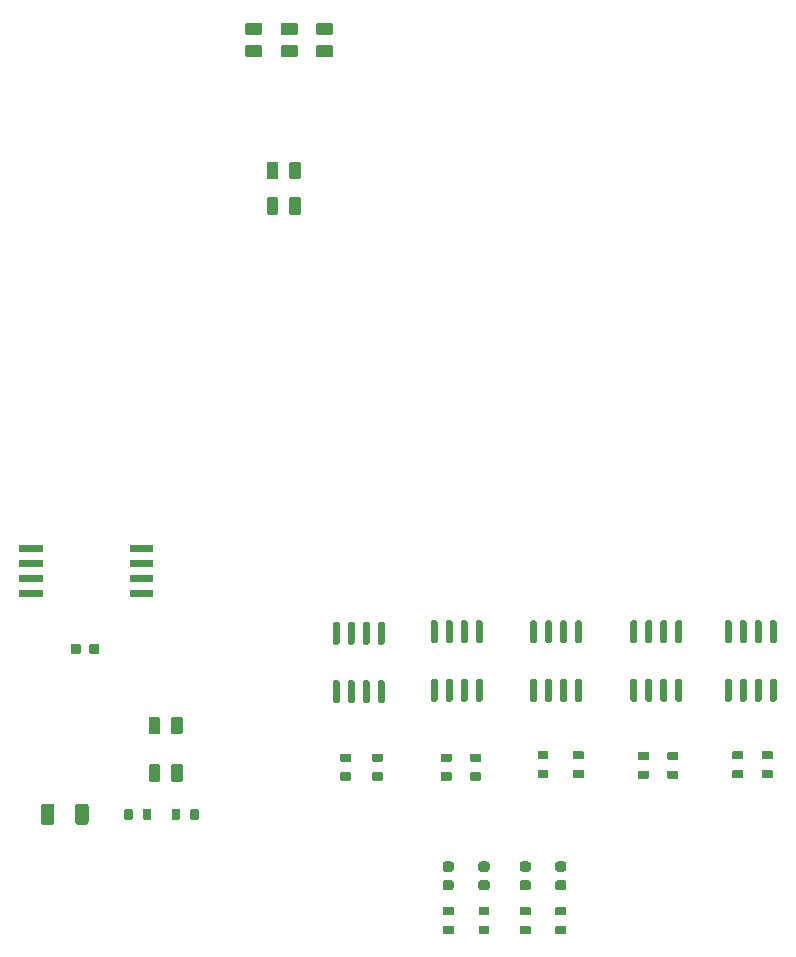
<source format=gtp>
G04 #@! TF.GenerationSoftware,KiCad,Pcbnew,8.0.9-8.0.9-0~ubuntu24.04.1*
G04 #@! TF.CreationDate,2025-04-19T19:06:36+00:00*
G04 #@! TF.ProjectId,stabiljr,73746162-696c-46a7-922e-6b696361645f,V1*
G04 #@! TF.SameCoordinates,PX3a2c940PY8e93060*
G04 #@! TF.FileFunction,Paste,Top*
G04 #@! TF.FilePolarity,Positive*
%FSLAX46Y46*%
G04 Gerber Fmt 4.6, Leading zero omitted, Abs format (unit mm)*
G04 Created by KiCad (PCBNEW 8.0.9-8.0.9-0~ubuntu24.04.1) date 2025-04-19 19:06:36*
%MOMM*%
%LPD*%
G01*
G04 APERTURE LIST*
G04 APERTURE END LIST*
G04 #@! TO.C,R1*
G36*
G01*
X31905000Y35150000D02*
X32685000Y35150000D01*
G75*
G02*
X32755000Y35080000I0J-70000D01*
G01*
X32755000Y34520000D01*
G75*
G02*
X32685000Y34450000I-70000J0D01*
G01*
X31905000Y34450000D01*
G75*
G02*
X31835000Y34520000I0J70000D01*
G01*
X31835000Y35080000D01*
G75*
G02*
X31905000Y35150000I70000J0D01*
G01*
G37*
G36*
G01*
X31905000Y33550000D02*
X32685000Y33550000D01*
G75*
G02*
X32755000Y33480000I0J-70000D01*
G01*
X32755000Y32920000D01*
G75*
G02*
X32685000Y32850000I-70000J0D01*
G01*
X31905000Y32850000D01*
G75*
G02*
X31835000Y32920000I0J70000D01*
G01*
X31835000Y33480000D01*
G75*
G02*
X31905000Y33550000I70000J0D01*
G01*
G37*
G04 #@! TD*
G04 #@! TO.C,R22*
G36*
G01*
X57890000Y33000000D02*
X57110000Y33000000D01*
G75*
G02*
X57040000Y33070000I0J70000D01*
G01*
X57040000Y33630000D01*
G75*
G02*
X57110000Y33700000I70000J0D01*
G01*
X57890000Y33700000D01*
G75*
G02*
X57960000Y33630000I0J-70000D01*
G01*
X57960000Y33070000D01*
G75*
G02*
X57890000Y33000000I-70000J0D01*
G01*
G37*
G36*
G01*
X57890000Y34600000D02*
X57110000Y34600000D01*
G75*
G02*
X57040000Y34670000I0J70000D01*
G01*
X57040000Y35230000D01*
G75*
G02*
X57110000Y35300000I70000J0D01*
G01*
X57890000Y35300000D01*
G75*
G02*
X57960000Y35230000I0J-70000D01*
G01*
X57960000Y34670000D01*
G75*
G02*
X57890000Y34600000I-70000J0D01*
G01*
G37*
G04 #@! TD*
G04 #@! TO.C,MAP1*
G36*
G01*
X16010000Y48943700D02*
X16010000Y48436300D01*
G75*
G02*
X15968700Y48395000I-41300J0D01*
G01*
X14031300Y48395000D01*
G75*
G02*
X13990000Y48436300I0J41300D01*
G01*
X13990000Y48943700D01*
G75*
G02*
X14031300Y48985000I41300J0D01*
G01*
X15968700Y48985000D01*
G75*
G02*
X16010000Y48943700I0J-41300D01*
G01*
G37*
G36*
G01*
X16010000Y50213700D02*
X16010000Y49706300D01*
G75*
G02*
X15968700Y49665000I-41300J0D01*
G01*
X14031300Y49665000D01*
G75*
G02*
X13990000Y49706300I0J41300D01*
G01*
X13990000Y50213700D01*
G75*
G02*
X14031300Y50255000I41300J0D01*
G01*
X15968700Y50255000D01*
G75*
G02*
X16010000Y50213700I0J-41300D01*
G01*
G37*
G36*
G01*
X16010000Y51483700D02*
X16010000Y50976300D01*
G75*
G02*
X15968700Y50935000I-41300J0D01*
G01*
X14031300Y50935000D01*
G75*
G02*
X13990000Y50976300I0J41300D01*
G01*
X13990000Y51483700D01*
G75*
G02*
X14031300Y51525000I41300J0D01*
G01*
X15968700Y51525000D01*
G75*
G02*
X16010000Y51483700I0J-41300D01*
G01*
G37*
G36*
G01*
X16010000Y52753700D02*
X16010000Y52246300D01*
G75*
G02*
X15968700Y52205000I-41300J0D01*
G01*
X14031300Y52205000D01*
G75*
G02*
X13990000Y52246300I0J41300D01*
G01*
X13990000Y52753700D01*
G75*
G02*
X14031300Y52795000I41300J0D01*
G01*
X15968700Y52795000D01*
G75*
G02*
X16010000Y52753700I0J-41300D01*
G01*
G37*
G36*
G01*
X6650000Y52753700D02*
X6650000Y52246300D01*
G75*
G02*
X6608700Y52205000I-41300J0D01*
G01*
X4671300Y52205000D01*
G75*
G02*
X4630000Y52246300I0J41300D01*
G01*
X4630000Y52753700D01*
G75*
G02*
X4671300Y52795000I41300J0D01*
G01*
X6608700Y52795000D01*
G75*
G02*
X6650000Y52753700I0J-41300D01*
G01*
G37*
G36*
G01*
X6650000Y51483700D02*
X6650000Y50976300D01*
G75*
G02*
X6608700Y50935000I-41300J0D01*
G01*
X4671300Y50935000D01*
G75*
G02*
X4630000Y50976300I0J41300D01*
G01*
X4630000Y51483700D01*
G75*
G02*
X4671300Y51525000I41300J0D01*
G01*
X6608700Y51525000D01*
G75*
G02*
X6650000Y51483700I0J-41300D01*
G01*
G37*
G36*
G01*
X6650000Y50213700D02*
X6650000Y49706300D01*
G75*
G02*
X6608700Y49665000I-41300J0D01*
G01*
X4671300Y49665000D01*
G75*
G02*
X4630000Y49706300I0J41300D01*
G01*
X4630000Y50213700D01*
G75*
G02*
X4671300Y50255000I41300J0D01*
G01*
X6608700Y50255000D01*
G75*
G02*
X6650000Y50213700I0J-41300D01*
G01*
G37*
G36*
G01*
X6650000Y48943700D02*
X6650000Y48436300D01*
G75*
G02*
X6608700Y48395000I-41300J0D01*
G01*
X4671300Y48395000D01*
G75*
G02*
X4630000Y48436300I0J41300D01*
G01*
X4630000Y48943700D01*
G75*
G02*
X4671300Y48985000I41300J0D01*
G01*
X6608700Y48985000D01*
G75*
G02*
X6650000Y48943700I0J-41300D01*
G01*
G37*
G04 #@! TD*
G04 #@! TO.C,R9*
G36*
G01*
X15599978Y36875000D02*
X15599978Y38125000D01*
G75*
G02*
X15699978Y38225000I100000J0D01*
G01*
X16499978Y38225000D01*
G75*
G02*
X16599978Y38125000I0J-100000D01*
G01*
X16599978Y36875000D01*
G75*
G02*
X16499978Y36775000I-100000J0D01*
G01*
X15699978Y36775000D01*
G75*
G02*
X15599978Y36875000I0J100000D01*
G01*
G37*
G36*
G01*
X17500000Y36875000D02*
X17500000Y38125000D01*
G75*
G02*
X17600000Y38225000I100000J0D01*
G01*
X18400000Y38225000D01*
G75*
G02*
X18500000Y38125000I0J-100000D01*
G01*
X18500000Y36875000D01*
G75*
G02*
X18400000Y36775000I-100000J0D01*
G01*
X17600000Y36775000D01*
G75*
G02*
X17500000Y36875000I0J100000D01*
G01*
G37*
G04 #@! TD*
G04 #@! TO.C,R11*
G36*
G01*
X41390000Y19850000D02*
X40610000Y19850000D01*
G75*
G02*
X40540000Y19920000I0J70000D01*
G01*
X40540000Y20480000D01*
G75*
G02*
X40610000Y20550000I70000J0D01*
G01*
X41390000Y20550000D01*
G75*
G02*
X41460000Y20480000I0J-70000D01*
G01*
X41460000Y19920000D01*
G75*
G02*
X41390000Y19850000I-70000J0D01*
G01*
G37*
G36*
G01*
X41390000Y21450000D02*
X40610000Y21450000D01*
G75*
G02*
X40540000Y21520000I0J70000D01*
G01*
X40540000Y22080000D01*
G75*
G02*
X40610000Y22150000I70000J0D01*
G01*
X41390000Y22150000D01*
G75*
G02*
X41460000Y22080000I0J-70000D01*
G01*
X41460000Y21520000D01*
G75*
G02*
X41390000Y21450000I-70000J0D01*
G01*
G37*
G04 #@! TD*
G04 #@! TO.C,R14*
G36*
G01*
X50890000Y19850000D02*
X50110000Y19850000D01*
G75*
G02*
X50040000Y19920000I0J70000D01*
G01*
X50040000Y20480000D01*
G75*
G02*
X50110000Y20550000I70000J0D01*
G01*
X50890000Y20550000D01*
G75*
G02*
X50960000Y20480000I0J-70000D01*
G01*
X50960000Y19920000D01*
G75*
G02*
X50890000Y19850000I-70000J0D01*
G01*
G37*
G36*
G01*
X50890000Y21450000D02*
X50110000Y21450000D01*
G75*
G02*
X50040000Y21520000I0J70000D01*
G01*
X50040000Y22080000D01*
G75*
G02*
X50110000Y22150000I70000J0D01*
G01*
X50890000Y22150000D01*
G75*
G02*
X50960000Y22080000I0J-70000D01*
G01*
X50960000Y21520000D01*
G75*
G02*
X50890000Y21450000I-70000J0D01*
G01*
G37*
G04 #@! TD*
G04 #@! TO.C,F11*
G36*
G01*
X41226250Y23562500D02*
X40713750Y23562500D01*
G75*
G02*
X40495000Y23781250I0J218750D01*
G01*
X40495000Y24218750D01*
G75*
G02*
X40713750Y24437500I218750J0D01*
G01*
X41226250Y24437500D01*
G75*
G02*
X41445000Y24218750I0J-218750D01*
G01*
X41445000Y23781250D01*
G75*
G02*
X41226250Y23562500I-218750J0D01*
G01*
G37*
G36*
G01*
X41226250Y25137500D02*
X40713750Y25137500D01*
G75*
G02*
X40495000Y25356250I0J218750D01*
G01*
X40495000Y25793750D01*
G75*
G02*
X40713750Y26012500I218750J0D01*
G01*
X41226250Y26012500D01*
G75*
G02*
X41445000Y25793750I0J-218750D01*
G01*
X41445000Y25356250D01*
G75*
G02*
X41226250Y25137500I-218750J0D01*
G01*
G37*
G04 #@! TD*
G04 #@! TO.C,U2*
G36*
G01*
X39935000Y39525000D02*
X39635000Y39525000D01*
G75*
G02*
X39485000Y39675000I0J150000D01*
G01*
X39485000Y41325000D01*
G75*
G02*
X39635000Y41475000I150000J0D01*
G01*
X39935000Y41475000D01*
G75*
G02*
X40085000Y41325000I0J-150000D01*
G01*
X40085000Y39675000D01*
G75*
G02*
X39935000Y39525000I-150000J0D01*
G01*
G37*
G36*
G01*
X41205000Y39525000D02*
X40905000Y39525000D01*
G75*
G02*
X40755000Y39675000I0J150000D01*
G01*
X40755000Y41325000D01*
G75*
G02*
X40905000Y41475000I150000J0D01*
G01*
X41205000Y41475000D01*
G75*
G02*
X41355000Y41325000I0J-150000D01*
G01*
X41355000Y39675000D01*
G75*
G02*
X41205000Y39525000I-150000J0D01*
G01*
G37*
G36*
G01*
X42475000Y39525000D02*
X42175000Y39525000D01*
G75*
G02*
X42025000Y39675000I0J150000D01*
G01*
X42025000Y41325000D01*
G75*
G02*
X42175000Y41475000I150000J0D01*
G01*
X42475000Y41475000D01*
G75*
G02*
X42625000Y41325000I0J-150000D01*
G01*
X42625000Y39675000D01*
G75*
G02*
X42475000Y39525000I-150000J0D01*
G01*
G37*
G36*
G01*
X43745000Y39525000D02*
X43445000Y39525000D01*
G75*
G02*
X43295000Y39675000I0J150000D01*
G01*
X43295000Y41325000D01*
G75*
G02*
X43445000Y41475000I150000J0D01*
G01*
X43745000Y41475000D01*
G75*
G02*
X43895000Y41325000I0J-150000D01*
G01*
X43895000Y39675000D01*
G75*
G02*
X43745000Y39525000I-150000J0D01*
G01*
G37*
G36*
G01*
X43745000Y44475000D02*
X43445000Y44475000D01*
G75*
G02*
X43295000Y44625000I0J150000D01*
G01*
X43295000Y46275000D01*
G75*
G02*
X43445000Y46425000I150000J0D01*
G01*
X43745000Y46425000D01*
G75*
G02*
X43895000Y46275000I0J-150000D01*
G01*
X43895000Y44625000D01*
G75*
G02*
X43745000Y44475000I-150000J0D01*
G01*
G37*
G36*
G01*
X42475000Y44475000D02*
X42175000Y44475000D01*
G75*
G02*
X42025000Y44625000I0J150000D01*
G01*
X42025000Y46275000D01*
G75*
G02*
X42175000Y46425000I150000J0D01*
G01*
X42475000Y46425000D01*
G75*
G02*
X42625000Y46275000I0J-150000D01*
G01*
X42625000Y44625000D01*
G75*
G02*
X42475000Y44475000I-150000J0D01*
G01*
G37*
G36*
G01*
X41205000Y44475000D02*
X40905000Y44475000D01*
G75*
G02*
X40755000Y44625000I0J150000D01*
G01*
X40755000Y46275000D01*
G75*
G02*
X40905000Y46425000I150000J0D01*
G01*
X41205000Y46425000D01*
G75*
G02*
X41355000Y46275000I0J-150000D01*
G01*
X41355000Y44625000D01*
G75*
G02*
X41205000Y44475000I-150000J0D01*
G01*
G37*
G36*
G01*
X39935000Y44475000D02*
X39635000Y44475000D01*
G75*
G02*
X39485000Y44625000I0J150000D01*
G01*
X39485000Y46275000D01*
G75*
G02*
X39635000Y46425000I150000J0D01*
G01*
X39935000Y46425000D01*
G75*
G02*
X40085000Y46275000I0J-150000D01*
G01*
X40085000Y44625000D01*
G75*
G02*
X39935000Y44475000I-150000J0D01*
G01*
G37*
G04 #@! TD*
G04 #@! TO.C,R32*
G36*
G01*
X26875000Y97000000D02*
X28125000Y97000000D01*
G75*
G02*
X28225000Y96900000I0J-100000D01*
G01*
X28225000Y96100000D01*
G75*
G02*
X28125000Y96000000I-100000J0D01*
G01*
X26875000Y96000000D01*
G75*
G02*
X26775000Y96100000I0J100000D01*
G01*
X26775000Y96900000D01*
G75*
G02*
X26875000Y97000000I100000J0D01*
G01*
G37*
G36*
G01*
X26875000Y95099978D02*
X28125000Y95099978D01*
G75*
G02*
X28225000Y94999978I0J-100000D01*
G01*
X28225000Y94199978D01*
G75*
G02*
X28125000Y94099978I-100000J0D01*
G01*
X26875000Y94099978D01*
G75*
G02*
X26775000Y94199978I0J100000D01*
G01*
X26775000Y94999978D01*
G75*
G02*
X26875000Y95099978I100000J0D01*
G01*
G37*
G04 #@! TD*
G04 #@! TO.C,R4*
G36*
G01*
X42905000Y35150000D02*
X43685000Y35150000D01*
G75*
G02*
X43755000Y35080000I0J-70000D01*
G01*
X43755000Y34520000D01*
G75*
G02*
X43685000Y34450000I-70000J0D01*
G01*
X42905000Y34450000D01*
G75*
G02*
X42835000Y34520000I0J70000D01*
G01*
X42835000Y35080000D01*
G75*
G02*
X42905000Y35150000I70000J0D01*
G01*
G37*
G36*
G01*
X42905000Y33550000D02*
X43685000Y33550000D01*
G75*
G02*
X43755000Y33480000I0J-70000D01*
G01*
X43755000Y32920000D01*
G75*
G02*
X43685000Y32850000I-70000J0D01*
G01*
X42905000Y32850000D01*
G75*
G02*
X42835000Y32920000I0J70000D01*
G01*
X42835000Y33480000D01*
G75*
G02*
X42905000Y33550000I70000J0D01*
G01*
G37*
G04 #@! TD*
G04 #@! TO.C,R24*
G36*
G01*
X49390000Y33050000D02*
X48610000Y33050000D01*
G75*
G02*
X48540000Y33120000I0J70000D01*
G01*
X48540000Y33680000D01*
G75*
G02*
X48610000Y33750000I70000J0D01*
G01*
X49390000Y33750000D01*
G75*
G02*
X49460000Y33680000I0J-70000D01*
G01*
X49460000Y33120000D01*
G75*
G02*
X49390000Y33050000I-70000J0D01*
G01*
G37*
G36*
G01*
X49390000Y34650000D02*
X48610000Y34650000D01*
G75*
G02*
X48540000Y34720000I0J70000D01*
G01*
X48540000Y35280000D01*
G75*
G02*
X48610000Y35350000I70000J0D01*
G01*
X49390000Y35350000D01*
G75*
G02*
X49460000Y35280000I0J-70000D01*
G01*
X49460000Y34720000D01*
G75*
G02*
X49390000Y34650000I-70000J0D01*
G01*
G37*
G04 #@! TD*
G04 #@! TO.C,R3*
G36*
G01*
X40405000Y35150000D02*
X41185000Y35150000D01*
G75*
G02*
X41255000Y35080000I0J-70000D01*
G01*
X41255000Y34520000D01*
G75*
G02*
X41185000Y34450000I-70000J0D01*
G01*
X40405000Y34450000D01*
G75*
G02*
X40335000Y34520000I0J70000D01*
G01*
X40335000Y35080000D01*
G75*
G02*
X40405000Y35150000I70000J0D01*
G01*
G37*
G36*
G01*
X40405000Y33550000D02*
X41185000Y33550000D01*
G75*
G02*
X41255000Y33480000I0J-70000D01*
G01*
X41255000Y32920000D01*
G75*
G02*
X41185000Y32850000I-70000J0D01*
G01*
X40405000Y32850000D01*
G75*
G02*
X40335000Y32920000I0J70000D01*
G01*
X40335000Y33480000D01*
G75*
G02*
X40405000Y33550000I70000J0D01*
G01*
G37*
G04 #@! TD*
G04 #@! TO.C,R5*
G36*
G01*
X67610000Y35350000D02*
X68390000Y35350000D01*
G75*
G02*
X68460000Y35280000I0J-70000D01*
G01*
X68460000Y34720000D01*
G75*
G02*
X68390000Y34650000I-70000J0D01*
G01*
X67610000Y34650000D01*
G75*
G02*
X67540000Y34720000I0J70000D01*
G01*
X67540000Y35280000D01*
G75*
G02*
X67610000Y35350000I70000J0D01*
G01*
G37*
G36*
G01*
X67610000Y33750000D02*
X68390000Y33750000D01*
G75*
G02*
X68460000Y33680000I0J-70000D01*
G01*
X68460000Y33120000D01*
G75*
G02*
X68390000Y33050000I-70000J0D01*
G01*
X67610000Y33050000D01*
G75*
G02*
X67540000Y33120000I0J70000D01*
G01*
X67540000Y33680000D01*
G75*
G02*
X67610000Y33750000I70000J0D01*
G01*
G37*
G04 #@! TD*
G04 #@! TO.C,R31*
G36*
G01*
X23875000Y97000000D02*
X25125000Y97000000D01*
G75*
G02*
X25225000Y96900000I0J-100000D01*
G01*
X25225000Y96100000D01*
G75*
G02*
X25125000Y96000000I-100000J0D01*
G01*
X23875000Y96000000D01*
G75*
G02*
X23775000Y96100000I0J100000D01*
G01*
X23775000Y96900000D01*
G75*
G02*
X23875000Y97000000I100000J0D01*
G01*
G37*
G36*
G01*
X23875000Y95099978D02*
X25125000Y95099978D01*
G75*
G02*
X25225000Y94999978I0J-100000D01*
G01*
X25225000Y94199978D01*
G75*
G02*
X25125000Y94099978I-100000J0D01*
G01*
X23875000Y94099978D01*
G75*
G02*
X23775000Y94199978I0J100000D01*
G01*
X23775000Y94999978D01*
G75*
G02*
X23875000Y95099978I100000J0D01*
G01*
G37*
G04 #@! TD*
G04 #@! TO.C,R41*
G36*
G01*
X25599978Y80875000D02*
X25599978Y82125000D01*
G75*
G02*
X25699978Y82225000I100000J0D01*
G01*
X26499978Y82225000D01*
G75*
G02*
X26599978Y82125000I0J-100000D01*
G01*
X26599978Y80875000D01*
G75*
G02*
X26499978Y80775000I-100000J0D01*
G01*
X25699978Y80775000D01*
G75*
G02*
X25599978Y80875000I0J100000D01*
G01*
G37*
G36*
G01*
X27500000Y80875000D02*
X27500000Y82125000D01*
G75*
G02*
X27600000Y82225000I100000J0D01*
G01*
X28400000Y82225000D01*
G75*
G02*
X28500000Y82125000I0J-100000D01*
G01*
X28500000Y80875000D01*
G75*
G02*
X28400000Y80775000I-100000J0D01*
G01*
X27600000Y80775000D01*
G75*
G02*
X27500000Y80875000I0J100000D01*
G01*
G37*
G04 #@! TD*
G04 #@! TO.C,R12*
G36*
G01*
X44390000Y19850000D02*
X43610000Y19850000D01*
G75*
G02*
X43540000Y19920000I0J70000D01*
G01*
X43540000Y20480000D01*
G75*
G02*
X43610000Y20550000I70000J0D01*
G01*
X44390000Y20550000D01*
G75*
G02*
X44460000Y20480000I0J-70000D01*
G01*
X44460000Y19920000D01*
G75*
G02*
X44390000Y19850000I-70000J0D01*
G01*
G37*
G36*
G01*
X44390000Y21450000D02*
X43610000Y21450000D01*
G75*
G02*
X43540000Y21520000I0J70000D01*
G01*
X43540000Y22080000D01*
G75*
G02*
X43610000Y22150000I70000J0D01*
G01*
X44390000Y22150000D01*
G75*
G02*
X44460000Y22080000I0J-70000D01*
G01*
X44460000Y21520000D01*
G75*
G02*
X44390000Y21450000I-70000J0D01*
G01*
G37*
G04 #@! TD*
G04 #@! TO.C,R42*
G36*
G01*
X25599978Y83875000D02*
X25599978Y85125000D01*
G75*
G02*
X25699978Y85225000I100000J0D01*
G01*
X26499978Y85225000D01*
G75*
G02*
X26599978Y85125000I0J-100000D01*
G01*
X26599978Y83875000D01*
G75*
G02*
X26499978Y83775000I-100000J0D01*
G01*
X25699978Y83775000D01*
G75*
G02*
X25599978Y83875000I0J100000D01*
G01*
G37*
G36*
G01*
X27500000Y83875000D02*
X27500000Y85125000D01*
G75*
G02*
X27600000Y85225000I100000J0D01*
G01*
X28400000Y85225000D01*
G75*
G02*
X28500000Y85125000I0J-100000D01*
G01*
X28500000Y83875000D01*
G75*
G02*
X28400000Y83775000I-100000J0D01*
G01*
X27600000Y83775000D01*
G75*
G02*
X27500000Y83875000I0J100000D01*
G01*
G37*
G04 #@! TD*
G04 #@! TO.C,U9*
G36*
G01*
X56840000Y39525000D02*
X56540000Y39525000D01*
G75*
G02*
X56390000Y39675000I0J150000D01*
G01*
X56390000Y41325000D01*
G75*
G02*
X56540000Y41475000I150000J0D01*
G01*
X56840000Y41475000D01*
G75*
G02*
X56990000Y41325000I0J-150000D01*
G01*
X56990000Y39675000D01*
G75*
G02*
X56840000Y39525000I-150000J0D01*
G01*
G37*
G36*
G01*
X58110000Y39525000D02*
X57810000Y39525000D01*
G75*
G02*
X57660000Y39675000I0J150000D01*
G01*
X57660000Y41325000D01*
G75*
G02*
X57810000Y41475000I150000J0D01*
G01*
X58110000Y41475000D01*
G75*
G02*
X58260000Y41325000I0J-150000D01*
G01*
X58260000Y39675000D01*
G75*
G02*
X58110000Y39525000I-150000J0D01*
G01*
G37*
G36*
G01*
X59380000Y39525000D02*
X59080000Y39525000D01*
G75*
G02*
X58930000Y39675000I0J150000D01*
G01*
X58930000Y41325000D01*
G75*
G02*
X59080000Y41475000I150000J0D01*
G01*
X59380000Y41475000D01*
G75*
G02*
X59530000Y41325000I0J-150000D01*
G01*
X59530000Y39675000D01*
G75*
G02*
X59380000Y39525000I-150000J0D01*
G01*
G37*
G36*
G01*
X60650000Y39525000D02*
X60350000Y39525000D01*
G75*
G02*
X60200000Y39675000I0J150000D01*
G01*
X60200000Y41325000D01*
G75*
G02*
X60350000Y41475000I150000J0D01*
G01*
X60650000Y41475000D01*
G75*
G02*
X60800000Y41325000I0J-150000D01*
G01*
X60800000Y39675000D01*
G75*
G02*
X60650000Y39525000I-150000J0D01*
G01*
G37*
G36*
G01*
X60650000Y44475000D02*
X60350000Y44475000D01*
G75*
G02*
X60200000Y44625000I0J150000D01*
G01*
X60200000Y46275000D01*
G75*
G02*
X60350000Y46425000I150000J0D01*
G01*
X60650000Y46425000D01*
G75*
G02*
X60800000Y46275000I0J-150000D01*
G01*
X60800000Y44625000D01*
G75*
G02*
X60650000Y44475000I-150000J0D01*
G01*
G37*
G36*
G01*
X59380000Y44475000D02*
X59080000Y44475000D01*
G75*
G02*
X58930000Y44625000I0J150000D01*
G01*
X58930000Y46275000D01*
G75*
G02*
X59080000Y46425000I150000J0D01*
G01*
X59380000Y46425000D01*
G75*
G02*
X59530000Y46275000I0J-150000D01*
G01*
X59530000Y44625000D01*
G75*
G02*
X59380000Y44475000I-150000J0D01*
G01*
G37*
G36*
G01*
X58110000Y44475000D02*
X57810000Y44475000D01*
G75*
G02*
X57660000Y44625000I0J150000D01*
G01*
X57660000Y46275000D01*
G75*
G02*
X57810000Y46425000I150000J0D01*
G01*
X58110000Y46425000D01*
G75*
G02*
X58260000Y46275000I0J-150000D01*
G01*
X58260000Y44625000D01*
G75*
G02*
X58110000Y44475000I-150000J0D01*
G01*
G37*
G36*
G01*
X56840000Y44475000D02*
X56540000Y44475000D01*
G75*
G02*
X56390000Y44625000I0J150000D01*
G01*
X56390000Y46275000D01*
G75*
G02*
X56540000Y46425000I150000J0D01*
G01*
X56840000Y46425000D01*
G75*
G02*
X56990000Y46275000I0J-150000D01*
G01*
X56990000Y44625000D01*
G75*
G02*
X56840000Y44475000I-150000J0D01*
G01*
G37*
G04 #@! TD*
G04 #@! TO.C,R43*
G36*
G01*
X15599978Y32875000D02*
X15599978Y34125000D01*
G75*
G02*
X15699978Y34225000I100000J0D01*
G01*
X16499978Y34225000D01*
G75*
G02*
X16599978Y34125000I0J-100000D01*
G01*
X16599978Y32875000D01*
G75*
G02*
X16499978Y32775000I-100000J0D01*
G01*
X15699978Y32775000D01*
G75*
G02*
X15599978Y32875000I0J100000D01*
G01*
G37*
G36*
G01*
X17500000Y32875000D02*
X17500000Y34125000D01*
G75*
G02*
X17600000Y34225000I100000J0D01*
G01*
X18400000Y34225000D01*
G75*
G02*
X18500000Y34125000I0J-100000D01*
G01*
X18500000Y32875000D01*
G75*
G02*
X18400000Y32775000I-100000J0D01*
G01*
X17600000Y32775000D01*
G75*
G02*
X17500000Y32875000I0J100000D01*
G01*
G37*
G04 #@! TD*
G04 #@! TO.C,F14*
G36*
G01*
X50756250Y23562500D02*
X50243750Y23562500D01*
G75*
G02*
X50025000Y23781250I0J218750D01*
G01*
X50025000Y24218750D01*
G75*
G02*
X50243750Y24437500I218750J0D01*
G01*
X50756250Y24437500D01*
G75*
G02*
X50975000Y24218750I0J-218750D01*
G01*
X50975000Y23781250D01*
G75*
G02*
X50756250Y23562500I-218750J0D01*
G01*
G37*
G36*
G01*
X50756250Y25137500D02*
X50243750Y25137500D01*
G75*
G02*
X50025000Y25356250I0J218750D01*
G01*
X50025000Y25793750D01*
G75*
G02*
X50243750Y26012500I218750J0D01*
G01*
X50756250Y26012500D01*
G75*
G02*
X50975000Y25793750I0J-218750D01*
G01*
X50975000Y25356250D01*
G75*
G02*
X50756250Y25137500I-218750J0D01*
G01*
G37*
G04 #@! TD*
G04 #@! TO.C,F2*
G36*
G01*
X9605010Y30900000D02*
X10295010Y30900000D01*
G75*
G02*
X10525010Y30670000I0J-230000D01*
G01*
X10525010Y29330000D01*
G75*
G02*
X10295010Y29100000I-230000J0D01*
G01*
X9605010Y29100000D01*
G75*
G02*
X9375010Y29330000I0J230000D01*
G01*
X9375010Y30670000D01*
G75*
G02*
X9605010Y30900000I230000J0D01*
G01*
G37*
G36*
G01*
X6704990Y30900000D02*
X7394990Y30900000D01*
G75*
G02*
X7624990Y30670000I0J-230000D01*
G01*
X7624990Y29330000D01*
G75*
G02*
X7394990Y29100000I-230000J0D01*
G01*
X6704990Y29100000D01*
G75*
G02*
X6474990Y29330000I0J230000D01*
G01*
X6474990Y30670000D01*
G75*
G02*
X6704990Y30900000I230000J0D01*
G01*
G37*
G04 #@! TD*
G04 #@! TO.C,R23*
G36*
G01*
X52390000Y33050000D02*
X51610000Y33050000D01*
G75*
G02*
X51540000Y33120000I0J70000D01*
G01*
X51540000Y33680000D01*
G75*
G02*
X51610000Y33750000I70000J0D01*
G01*
X52390000Y33750000D01*
G75*
G02*
X52460000Y33680000I0J-70000D01*
G01*
X52460000Y33120000D01*
G75*
G02*
X52390000Y33050000I-70000J0D01*
G01*
G37*
G36*
G01*
X52390000Y34650000D02*
X51610000Y34650000D01*
G75*
G02*
X51540000Y34720000I0J70000D01*
G01*
X51540000Y35280000D01*
G75*
G02*
X51610000Y35350000I70000J0D01*
G01*
X52390000Y35350000D01*
G75*
G02*
X52460000Y35280000I0J-70000D01*
G01*
X52460000Y34720000D01*
G75*
G02*
X52390000Y34650000I-70000J0D01*
G01*
G37*
G04 #@! TD*
G04 #@! TO.C,R8*
G36*
G01*
X15850000Y30390000D02*
X15850000Y29610000D01*
G75*
G02*
X15780000Y29540000I-70000J0D01*
G01*
X15220000Y29540000D01*
G75*
G02*
X15150000Y29610000I0J70000D01*
G01*
X15150000Y30390000D01*
G75*
G02*
X15220000Y30460000I70000J0D01*
G01*
X15780000Y30460000D01*
G75*
G02*
X15850000Y30390000I0J-70000D01*
G01*
G37*
G36*
G01*
X14250000Y30390000D02*
X14250000Y29610000D01*
G75*
G02*
X14180000Y29540000I-70000J0D01*
G01*
X13620000Y29540000D01*
G75*
G02*
X13550000Y29610000I0J70000D01*
G01*
X13550000Y30390000D01*
G75*
G02*
X13620000Y30460000I70000J0D01*
G01*
X14180000Y30460000D01*
G75*
G02*
X14250000Y30390000I0J-70000D01*
G01*
G37*
G04 #@! TD*
G04 #@! TO.C,R33*
G36*
G01*
X29875000Y97000000D02*
X31125000Y97000000D01*
G75*
G02*
X31225000Y96900000I0J-100000D01*
G01*
X31225000Y96100000D01*
G75*
G02*
X31125000Y96000000I-100000J0D01*
G01*
X29875000Y96000000D01*
G75*
G02*
X29775000Y96100000I0J100000D01*
G01*
X29775000Y96900000D01*
G75*
G02*
X29875000Y97000000I100000J0D01*
G01*
G37*
G36*
G01*
X29875000Y95099978D02*
X31125000Y95099978D01*
G75*
G02*
X31225000Y94999978I0J-100000D01*
G01*
X31225000Y94199978D01*
G75*
G02*
X31125000Y94099978I-100000J0D01*
G01*
X29875000Y94099978D01*
G75*
G02*
X29775000Y94199978I0J100000D01*
G01*
X29775000Y94999978D01*
G75*
G02*
X29875000Y95099978I100000J0D01*
G01*
G37*
G04 #@! TD*
G04 #@! TO.C,U1*
G36*
G01*
X31635000Y39400000D02*
X31335000Y39400000D01*
G75*
G02*
X31185000Y39550000I0J150000D01*
G01*
X31185000Y41200000D01*
G75*
G02*
X31335000Y41350000I150000J0D01*
G01*
X31635000Y41350000D01*
G75*
G02*
X31785000Y41200000I0J-150000D01*
G01*
X31785000Y39550000D01*
G75*
G02*
X31635000Y39400000I-150000J0D01*
G01*
G37*
G36*
G01*
X32905000Y39400000D02*
X32605000Y39400000D01*
G75*
G02*
X32455000Y39550000I0J150000D01*
G01*
X32455000Y41200000D01*
G75*
G02*
X32605000Y41350000I150000J0D01*
G01*
X32905000Y41350000D01*
G75*
G02*
X33055000Y41200000I0J-150000D01*
G01*
X33055000Y39550000D01*
G75*
G02*
X32905000Y39400000I-150000J0D01*
G01*
G37*
G36*
G01*
X34175000Y39400000D02*
X33875000Y39400000D01*
G75*
G02*
X33725000Y39550000I0J150000D01*
G01*
X33725000Y41200000D01*
G75*
G02*
X33875000Y41350000I150000J0D01*
G01*
X34175000Y41350000D01*
G75*
G02*
X34325000Y41200000I0J-150000D01*
G01*
X34325000Y39550000D01*
G75*
G02*
X34175000Y39400000I-150000J0D01*
G01*
G37*
G36*
G01*
X35445000Y39400000D02*
X35145000Y39400000D01*
G75*
G02*
X34995000Y39550000I0J150000D01*
G01*
X34995000Y41200000D01*
G75*
G02*
X35145000Y41350000I150000J0D01*
G01*
X35445000Y41350000D01*
G75*
G02*
X35595000Y41200000I0J-150000D01*
G01*
X35595000Y39550000D01*
G75*
G02*
X35445000Y39400000I-150000J0D01*
G01*
G37*
G36*
G01*
X35445000Y44350000D02*
X35145000Y44350000D01*
G75*
G02*
X34995000Y44500000I0J150000D01*
G01*
X34995000Y46150000D01*
G75*
G02*
X35145000Y46300000I150000J0D01*
G01*
X35445000Y46300000D01*
G75*
G02*
X35595000Y46150000I0J-150000D01*
G01*
X35595000Y44500000D01*
G75*
G02*
X35445000Y44350000I-150000J0D01*
G01*
G37*
G36*
G01*
X34175000Y44350000D02*
X33875000Y44350000D01*
G75*
G02*
X33725000Y44500000I0J150000D01*
G01*
X33725000Y46150000D01*
G75*
G02*
X33875000Y46300000I150000J0D01*
G01*
X34175000Y46300000D01*
G75*
G02*
X34325000Y46150000I0J-150000D01*
G01*
X34325000Y44500000D01*
G75*
G02*
X34175000Y44350000I-150000J0D01*
G01*
G37*
G36*
G01*
X32905000Y44350000D02*
X32605000Y44350000D01*
G75*
G02*
X32455000Y44500000I0J150000D01*
G01*
X32455000Y46150000D01*
G75*
G02*
X32605000Y46300000I150000J0D01*
G01*
X32905000Y46300000D01*
G75*
G02*
X33055000Y46150000I0J-150000D01*
G01*
X33055000Y44500000D01*
G75*
G02*
X32905000Y44350000I-150000J0D01*
G01*
G37*
G36*
G01*
X31635000Y44350000D02*
X31335000Y44350000D01*
G75*
G02*
X31185000Y44500000I0J150000D01*
G01*
X31185000Y46150000D01*
G75*
G02*
X31335000Y46300000I150000J0D01*
G01*
X31635000Y46300000D01*
G75*
G02*
X31785000Y46150000I0J-150000D01*
G01*
X31785000Y44500000D01*
G75*
G02*
X31635000Y44350000I-150000J0D01*
G01*
G37*
G04 #@! TD*
G04 #@! TO.C,R13*
G36*
G01*
X47890000Y19850000D02*
X47110000Y19850000D01*
G75*
G02*
X47040000Y19920000I0J70000D01*
G01*
X47040000Y20480000D01*
G75*
G02*
X47110000Y20550000I70000J0D01*
G01*
X47890000Y20550000D01*
G75*
G02*
X47960000Y20480000I0J-70000D01*
G01*
X47960000Y19920000D01*
G75*
G02*
X47890000Y19850000I-70000J0D01*
G01*
G37*
G36*
G01*
X47890000Y21450000D02*
X47110000Y21450000D01*
G75*
G02*
X47040000Y21520000I0J70000D01*
G01*
X47040000Y22080000D01*
G75*
G02*
X47110000Y22150000I70000J0D01*
G01*
X47890000Y22150000D01*
G75*
G02*
X47960000Y22080000I0J-70000D01*
G01*
X47960000Y21520000D01*
G75*
G02*
X47890000Y21450000I-70000J0D01*
G01*
G37*
G04 #@! TD*
G04 #@! TO.C,R7*
G36*
G01*
X19850000Y30390000D02*
X19850000Y29610000D01*
G75*
G02*
X19780000Y29540000I-70000J0D01*
G01*
X19220000Y29540000D01*
G75*
G02*
X19150000Y29610000I0J70000D01*
G01*
X19150000Y30390000D01*
G75*
G02*
X19220000Y30460000I70000J0D01*
G01*
X19780000Y30460000D01*
G75*
G02*
X19850000Y30390000I0J-70000D01*
G01*
G37*
G36*
G01*
X18250000Y30390000D02*
X18250000Y29610000D01*
G75*
G02*
X18180000Y29540000I-70000J0D01*
G01*
X17620000Y29540000D01*
G75*
G02*
X17550000Y29610000I0J70000D01*
G01*
X17550000Y30390000D01*
G75*
G02*
X17620000Y30460000I70000J0D01*
G01*
X18180000Y30460000D01*
G75*
G02*
X18250000Y30390000I0J-70000D01*
G01*
G37*
G04 #@! TD*
G04 #@! TO.C,R21*
G36*
G01*
X60390000Y33000000D02*
X59610000Y33000000D01*
G75*
G02*
X59540000Y33070000I0J70000D01*
G01*
X59540000Y33630000D01*
G75*
G02*
X59610000Y33700000I70000J0D01*
G01*
X60390000Y33700000D01*
G75*
G02*
X60460000Y33630000I0J-70000D01*
G01*
X60460000Y33070000D01*
G75*
G02*
X60390000Y33000000I-70000J0D01*
G01*
G37*
G36*
G01*
X60390000Y34600000D02*
X59610000Y34600000D01*
G75*
G02*
X59540000Y34670000I0J70000D01*
G01*
X59540000Y35230000D01*
G75*
G02*
X59610000Y35300000I70000J0D01*
G01*
X60390000Y35300000D01*
G75*
G02*
X60460000Y35230000I0J-70000D01*
G01*
X60460000Y34670000D01*
G75*
G02*
X60390000Y34600000I-70000J0D01*
G01*
G37*
G04 #@! TD*
G04 #@! TO.C,F12*
G36*
G01*
X44256250Y23562500D02*
X43743750Y23562500D01*
G75*
G02*
X43525000Y23781250I0J218750D01*
G01*
X43525000Y24218750D01*
G75*
G02*
X43743750Y24437500I218750J0D01*
G01*
X44256250Y24437500D01*
G75*
G02*
X44475000Y24218750I0J-218750D01*
G01*
X44475000Y23781250D01*
G75*
G02*
X44256250Y23562500I-218750J0D01*
G01*
G37*
G36*
G01*
X44256250Y25137500D02*
X43743750Y25137500D01*
G75*
G02*
X43525000Y25356250I0J218750D01*
G01*
X43525000Y25793750D01*
G75*
G02*
X43743750Y26012500I218750J0D01*
G01*
X44256250Y26012500D01*
G75*
G02*
X44475000Y25793750I0J-218750D01*
G01*
X44475000Y25356250D01*
G75*
G02*
X44256250Y25137500I-218750J0D01*
G01*
G37*
G04 #@! TD*
G04 #@! TO.C,R6*
G36*
G01*
X65110000Y35350000D02*
X65890000Y35350000D01*
G75*
G02*
X65960000Y35280000I0J-70000D01*
G01*
X65960000Y34720000D01*
G75*
G02*
X65890000Y34650000I-70000J0D01*
G01*
X65110000Y34650000D01*
G75*
G02*
X65040000Y34720000I0J70000D01*
G01*
X65040000Y35280000D01*
G75*
G02*
X65110000Y35350000I70000J0D01*
G01*
G37*
G36*
G01*
X65110000Y33750000D02*
X65890000Y33750000D01*
G75*
G02*
X65960000Y33680000I0J-70000D01*
G01*
X65960000Y33120000D01*
G75*
G02*
X65890000Y33050000I-70000J0D01*
G01*
X65110000Y33050000D01*
G75*
G02*
X65040000Y33120000I0J70000D01*
G01*
X65040000Y33680000D01*
G75*
G02*
X65110000Y33750000I70000J0D01*
G01*
G37*
G04 #@! TD*
G04 #@! TO.C,U3*
G36*
G01*
X64840000Y39525000D02*
X64540000Y39525000D01*
G75*
G02*
X64390000Y39675000I0J150000D01*
G01*
X64390000Y41325000D01*
G75*
G02*
X64540000Y41475000I150000J0D01*
G01*
X64840000Y41475000D01*
G75*
G02*
X64990000Y41325000I0J-150000D01*
G01*
X64990000Y39675000D01*
G75*
G02*
X64840000Y39525000I-150000J0D01*
G01*
G37*
G36*
G01*
X66110000Y39525000D02*
X65810000Y39525000D01*
G75*
G02*
X65660000Y39675000I0J150000D01*
G01*
X65660000Y41325000D01*
G75*
G02*
X65810000Y41475000I150000J0D01*
G01*
X66110000Y41475000D01*
G75*
G02*
X66260000Y41325000I0J-150000D01*
G01*
X66260000Y39675000D01*
G75*
G02*
X66110000Y39525000I-150000J0D01*
G01*
G37*
G36*
G01*
X67380000Y39525000D02*
X67080000Y39525000D01*
G75*
G02*
X66930000Y39675000I0J150000D01*
G01*
X66930000Y41325000D01*
G75*
G02*
X67080000Y41475000I150000J0D01*
G01*
X67380000Y41475000D01*
G75*
G02*
X67530000Y41325000I0J-150000D01*
G01*
X67530000Y39675000D01*
G75*
G02*
X67380000Y39525000I-150000J0D01*
G01*
G37*
G36*
G01*
X68650000Y39525000D02*
X68350000Y39525000D01*
G75*
G02*
X68200000Y39675000I0J150000D01*
G01*
X68200000Y41325000D01*
G75*
G02*
X68350000Y41475000I150000J0D01*
G01*
X68650000Y41475000D01*
G75*
G02*
X68800000Y41325000I0J-150000D01*
G01*
X68800000Y39675000D01*
G75*
G02*
X68650000Y39525000I-150000J0D01*
G01*
G37*
G36*
G01*
X68650000Y44475000D02*
X68350000Y44475000D01*
G75*
G02*
X68200000Y44625000I0J150000D01*
G01*
X68200000Y46275000D01*
G75*
G02*
X68350000Y46425000I150000J0D01*
G01*
X68650000Y46425000D01*
G75*
G02*
X68800000Y46275000I0J-150000D01*
G01*
X68800000Y44625000D01*
G75*
G02*
X68650000Y44475000I-150000J0D01*
G01*
G37*
G36*
G01*
X67380000Y44475000D02*
X67080000Y44475000D01*
G75*
G02*
X66930000Y44625000I0J150000D01*
G01*
X66930000Y46275000D01*
G75*
G02*
X67080000Y46425000I150000J0D01*
G01*
X67380000Y46425000D01*
G75*
G02*
X67530000Y46275000I0J-150000D01*
G01*
X67530000Y44625000D01*
G75*
G02*
X67380000Y44475000I-150000J0D01*
G01*
G37*
G36*
G01*
X66110000Y44475000D02*
X65810000Y44475000D01*
G75*
G02*
X65660000Y44625000I0J150000D01*
G01*
X65660000Y46275000D01*
G75*
G02*
X65810000Y46425000I150000J0D01*
G01*
X66110000Y46425000D01*
G75*
G02*
X66260000Y46275000I0J-150000D01*
G01*
X66260000Y44625000D01*
G75*
G02*
X66110000Y44475000I-150000J0D01*
G01*
G37*
G36*
G01*
X64840000Y44475000D02*
X64540000Y44475000D01*
G75*
G02*
X64390000Y44625000I0J150000D01*
G01*
X64390000Y46275000D01*
G75*
G02*
X64540000Y46425000I150000J0D01*
G01*
X64840000Y46425000D01*
G75*
G02*
X64990000Y46275000I0J-150000D01*
G01*
X64990000Y44625000D01*
G75*
G02*
X64840000Y44475000I-150000J0D01*
G01*
G37*
G04 #@! TD*
G04 #@! TO.C,F13*
G36*
G01*
X47756250Y23562500D02*
X47243750Y23562500D01*
G75*
G02*
X47025000Y23781250I0J218750D01*
G01*
X47025000Y24218750D01*
G75*
G02*
X47243750Y24437500I218750J0D01*
G01*
X47756250Y24437500D01*
G75*
G02*
X47975000Y24218750I0J-218750D01*
G01*
X47975000Y23781250D01*
G75*
G02*
X47756250Y23562500I-218750J0D01*
G01*
G37*
G36*
G01*
X47756250Y25137500D02*
X47243750Y25137500D01*
G75*
G02*
X47025000Y25356250I0J218750D01*
G01*
X47025000Y25793750D01*
G75*
G02*
X47243750Y26012500I218750J0D01*
G01*
X47756250Y26012500D01*
G75*
G02*
X47975000Y25793750I0J-218750D01*
G01*
X47975000Y25356250D01*
G75*
G02*
X47756250Y25137500I-218750J0D01*
G01*
G37*
G04 #@! TD*
G04 #@! TO.C,U10*
G36*
G01*
X48340000Y39525000D02*
X48040000Y39525000D01*
G75*
G02*
X47890000Y39675000I0J150000D01*
G01*
X47890000Y41325000D01*
G75*
G02*
X48040000Y41475000I150000J0D01*
G01*
X48340000Y41475000D01*
G75*
G02*
X48490000Y41325000I0J-150000D01*
G01*
X48490000Y39675000D01*
G75*
G02*
X48340000Y39525000I-150000J0D01*
G01*
G37*
G36*
G01*
X49610000Y39525000D02*
X49310000Y39525000D01*
G75*
G02*
X49160000Y39675000I0J150000D01*
G01*
X49160000Y41325000D01*
G75*
G02*
X49310000Y41475000I150000J0D01*
G01*
X49610000Y41475000D01*
G75*
G02*
X49760000Y41325000I0J-150000D01*
G01*
X49760000Y39675000D01*
G75*
G02*
X49610000Y39525000I-150000J0D01*
G01*
G37*
G36*
G01*
X50880000Y39525000D02*
X50580000Y39525000D01*
G75*
G02*
X50430000Y39675000I0J150000D01*
G01*
X50430000Y41325000D01*
G75*
G02*
X50580000Y41475000I150000J0D01*
G01*
X50880000Y41475000D01*
G75*
G02*
X51030000Y41325000I0J-150000D01*
G01*
X51030000Y39675000D01*
G75*
G02*
X50880000Y39525000I-150000J0D01*
G01*
G37*
G36*
G01*
X52150000Y39525000D02*
X51850000Y39525000D01*
G75*
G02*
X51700000Y39675000I0J150000D01*
G01*
X51700000Y41325000D01*
G75*
G02*
X51850000Y41475000I150000J0D01*
G01*
X52150000Y41475000D01*
G75*
G02*
X52300000Y41325000I0J-150000D01*
G01*
X52300000Y39675000D01*
G75*
G02*
X52150000Y39525000I-150000J0D01*
G01*
G37*
G36*
G01*
X52150000Y44475000D02*
X51850000Y44475000D01*
G75*
G02*
X51700000Y44625000I0J150000D01*
G01*
X51700000Y46275000D01*
G75*
G02*
X51850000Y46425000I150000J0D01*
G01*
X52150000Y46425000D01*
G75*
G02*
X52300000Y46275000I0J-150000D01*
G01*
X52300000Y44625000D01*
G75*
G02*
X52150000Y44475000I-150000J0D01*
G01*
G37*
G36*
G01*
X50880000Y44475000D02*
X50580000Y44475000D01*
G75*
G02*
X50430000Y44625000I0J150000D01*
G01*
X50430000Y46275000D01*
G75*
G02*
X50580000Y46425000I150000J0D01*
G01*
X50880000Y46425000D01*
G75*
G02*
X51030000Y46275000I0J-150000D01*
G01*
X51030000Y44625000D01*
G75*
G02*
X50880000Y44475000I-150000J0D01*
G01*
G37*
G36*
G01*
X49610000Y44475000D02*
X49310000Y44475000D01*
G75*
G02*
X49160000Y44625000I0J150000D01*
G01*
X49160000Y46275000D01*
G75*
G02*
X49310000Y46425000I150000J0D01*
G01*
X49610000Y46425000D01*
G75*
G02*
X49760000Y46275000I0J-150000D01*
G01*
X49760000Y44625000D01*
G75*
G02*
X49610000Y44475000I-150000J0D01*
G01*
G37*
G36*
G01*
X48340000Y44475000D02*
X48040000Y44475000D01*
G75*
G02*
X47890000Y44625000I0J150000D01*
G01*
X47890000Y46275000D01*
G75*
G02*
X48040000Y46425000I150000J0D01*
G01*
X48340000Y46425000D01*
G75*
G02*
X48490000Y46275000I0J-150000D01*
G01*
X48490000Y44625000D01*
G75*
G02*
X48340000Y44475000I-150000J0D01*
G01*
G37*
G04 #@! TD*
G04 #@! TO.C,C1*
G36*
G01*
X8994998Y43660000D02*
X8994998Y44340000D01*
G75*
G02*
X9079998Y44425000I85000J0D01*
G01*
X9759998Y44425000D01*
G75*
G02*
X9844998Y44340000I0J-85000D01*
G01*
X9844998Y43660000D01*
G75*
G02*
X9759998Y43575000I-85000J0D01*
G01*
X9079998Y43575000D01*
G75*
G02*
X8994998Y43660000I0J85000D01*
G01*
G37*
G36*
G01*
X10575000Y43660000D02*
X10575000Y44340000D01*
G75*
G02*
X10660000Y44425000I85000J0D01*
G01*
X11340000Y44425000D01*
G75*
G02*
X11425000Y44340000I0J-85000D01*
G01*
X11425000Y43660000D01*
G75*
G02*
X11340000Y43575000I-85000J0D01*
G01*
X10660000Y43575000D01*
G75*
G02*
X10575000Y43660000I0J85000D01*
G01*
G37*
G04 #@! TD*
G04 #@! TO.C,R2*
G36*
G01*
X34605000Y35150000D02*
X35385000Y35150000D01*
G75*
G02*
X35455000Y35080000I0J-70000D01*
G01*
X35455000Y34520000D01*
G75*
G02*
X35385000Y34450000I-70000J0D01*
G01*
X34605000Y34450000D01*
G75*
G02*
X34535000Y34520000I0J70000D01*
G01*
X34535000Y35080000D01*
G75*
G02*
X34605000Y35150000I70000J0D01*
G01*
G37*
G36*
G01*
X34605000Y33550000D02*
X35385000Y33550000D01*
G75*
G02*
X35455000Y33480000I0J-70000D01*
G01*
X35455000Y32920000D01*
G75*
G02*
X35385000Y32850000I-70000J0D01*
G01*
X34605000Y32850000D01*
G75*
G02*
X34535000Y32920000I0J70000D01*
G01*
X34535000Y33480000D01*
G75*
G02*
X34605000Y33550000I70000J0D01*
G01*
G37*
G04 #@! TD*
M02*

</source>
